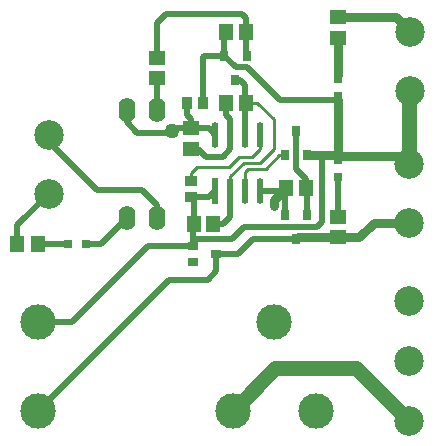
<source format=gtl>
%FSDAX24Y24*%
%MOIN*%
%SFA1B1*%

%IPPOS*%
%AMD15*
4,1,8,-0.011400,0.031200,-0.011400,-0.031200,0.000000,-0.042700,0.000000,-0.042700,0.011400,-0.031200,0.011400,0.031200,0.000000,0.042700,0.000000,0.042700,-0.011400,0.031200,0.0*
1,1,0.023000,0.000000,0.031200*
1,1,0.023000,0.000000,-0.031200*
1,1,0.023000,0.000000,-0.031200*
1,1,0.023000,0.000000,0.031200*
%
%ADD10R,0.053100X0.045300*%
%ADD11O,0.055100X0.082700*%
%ADD12R,0.039400X0.035400*%
%ADD13R,0.035400X0.039400*%
%ADD14R,0.022900X0.085400*%
G04~CAMADD=15~8~0.0~0.0~854.0~229.0~115.0~0.0~15~0.0~0.0~0.0~0.0~0~0.0~0.0~0.0~0.0~0~0.0~0.0~0.0~90.0~230.0~853.0*
%ADD15D15*%
%ADD16R,0.045300X0.053100*%
%ADD17R,0.031500X0.035400*%
%ADD18R,0.031500X0.031500*%
%ADD19R,0.051200X0.055100*%
%ADD20R,0.035400X0.027600*%
%ADD21R,0.031500X0.031500*%
%ADD22C,0.020000*%
%ADD23C,0.030000*%
%ADD24C,0.050000*%
%ADD25C,0.010000*%
%ADD26C,0.098400*%
%ADD27C,0.118100*%
%ADD28C,0.030000*%
%ADD29C,0.050000*%
%LNde-130624-1*%
%LPD*%
G54D10*
X059750Y023394D03*
Y022706D03*
X060900Y020356D03*
Y021044D03*
X065800Y024056D03*
Y024744D03*
Y018094D03*
Y017406D03*
G54D11*
X058750Y018059D03*
X059750D03*
X058750Y021641D03*
X059750D03*
G54D12*
X060900Y018769D03*
Y019300D03*
G54D13*
X061281Y021900D03*
X060750D03*
G54D14*
X061700Y018969D03*
G54D15*
X062200Y018969D03*
X062700D03*
X063200D03*
Y020831D03*
X062700D03*
X062200D03*
X061700D03*
G54D16*
X062744Y021900D03*
X062056D03*
Y024250D03*
X062744D03*
X064744Y019050D03*
X064056D03*
X055100Y017200D03*
X055789D03*
G54D17*
X062750Y023450D03*
X062002D03*
X062376Y022663D03*
X064026Y020151D03*
X064774D03*
X064400Y020938D03*
X064774Y018144D03*
X064026D03*
X064400Y017356D03*
G54D18*
X065800Y022105D03*
Y022695D03*
Y019995D03*
Y019405D03*
G54D19*
X060985Y017850D03*
X061615D03*
G54D20*
X060976Y017106D03*
Y016594D03*
X061724Y016850D03*
G54D21*
X057395Y017200D03*
X056805D03*
G54D22*
X060300Y020900D02*
X060444Y021044D01*
X059100Y020900D02*
X060300D01*
X063863Y021987D02*
X065800D01*
X062700Y020831D02*
Y022500D01*
X062744Y023456D02*
Y024250D01*
X062002Y024196D02*
X062056Y024250D01*
X059750Y023394D02*
Y024550D01*
X061281Y023419D02*
X061313Y023450D01*
X062002*
X059750Y024550D02*
X060050Y024850D01*
X062600*
X062744Y024706*
Y024250D02*
Y024706D01*
X057395Y017200D02*
X057891D01*
X058750Y018059*
X055789Y017200D02*
X056805D01*
X055100D02*
Y017816D01*
X063200Y018969D02*
X063969D01*
X057750Y019000D02*
X059250D01*
X056150Y020600D02*
X057750Y019000D01*
X056150Y020600D02*
Y020834D01*
X059250Y019000D02*
X059750Y018500D01*
X060976Y017350D02*
Y017841D01*
Y017106D02*
Y017350D01*
X065268Y017918D02*
Y020151D01*
X065106Y017756D02*
X065268Y017918D01*
X062656Y017756D02*
X065106D01*
X062250Y017350D02*
X062656Y017756D01*
X060976Y017350D02*
X062250D01*
X062777Y023073D02*
X063863Y021987D01*
X062379Y023073D02*
X062777D01*
X062002Y023450D02*
X062379Y023073D01*
X065800Y018094D02*
Y019287D01*
X061724Y016274D02*
Y016850D01*
X061450Y016000D02*
X061724Y016274D01*
X060164Y016000D02*
X061450D01*
X055801Y011637D02*
X060164Y016000D01*
X059456Y017106D02*
X060976D01*
X056940Y014590D02*
X059456Y017106D01*
X055801Y014590D02*
X056940D01*
X062956Y017356D02*
X064400D01*
X062450Y016850D02*
X062956Y017356D01*
X061724Y016850D02*
X062450D01*
X064400Y017356D02*
X064449Y017406D01*
X060900Y018769D02*
X060985Y018683D01*
Y017850D02*
Y018683D01*
X060900Y018769D02*
X061499D01*
X061700Y018969*
X060976Y017841D02*
X060985Y017850D01*
X060900Y021044D02*
X060906Y021050D01*
X061481*
X061700Y020831*
X061281Y021900D02*
Y023419D01*
X062744Y023456D02*
X062750Y023450D01*
X062537Y022663D02*
X062700Y022500D01*
X062376Y022663D02*
X062537D01*
X062200Y020831D02*
Y021350D01*
X062056Y021494D02*
X062200Y021350D01*
X062056Y021494D02*
Y021900D01*
X064744Y019050D02*
Y019356D01*
X064400Y019700D02*
X064744Y019356D01*
X064400Y019700D02*
Y020938D01*
X064744Y019050D02*
X064774Y019020D01*
Y018144D02*
Y019020D01*
X064026D02*
X064056Y019050D01*
X064026Y018144D02*
Y019020D01*
X062200Y018100D02*
Y018969D01*
X061950Y017850D02*
X062200Y018100D01*
X061615Y017850D02*
X061950D01*
X062200Y020350D02*
Y020831D01*
X061950Y020100D02*
X062200Y020350D01*
X061400Y020100D02*
X061950D01*
X061144Y020356D02*
X061400Y020100D01*
X060900Y020356D02*
X061144D01*
X060900Y021044D02*
Y021350D01*
X060750Y021500D02*
X060900Y021350D01*
X060750Y021500D02*
Y021900D01*
X060444Y021044D02*
X060900D01*
X058750Y021250D02*
X059100Y020900D01*
X058750Y021250D02*
Y021641D01*
X062002Y023450D02*
Y024196D01*
X059750Y021641D02*
Y022706D01*
X055100Y017816D02*
X056150Y018866D01*
X059750Y018059D02*
Y018500D01*
G54D23*
X065800Y020113D02*
X067905D01*
X063654Y018450D02*
Y018646D01*
X063650Y018650D02*
X063654Y018646D01*
X063650Y018650D02*
X063969Y018969D01*
X064050Y019050D02*
X064056D01*
X065268Y020151D02*
X065763D01*
X064774D02*
X065268D01*
X064449Y017406D02*
X065800D01*
Y024744D02*
X067724D01*
X068200Y024269*
X065800Y022813D02*
Y024056D01*
X067905Y020113D02*
X068150Y019869D01*
X065763Y020151D02*
X065800Y020113D01*
Y021987*
X067000Y017900D02*
X068150D01*
X066506Y017406D02*
X067000Y017900D01*
X065800Y017406D02*
X066506D01*
G54D24*
X066400Y013050D02*
X068150Y011300D01*
X063710Y013050D02*
X066400D01*
X062297Y011637D02*
X063710Y013050D01*
X068150Y022250D02*
X068200Y022300D01*
X068150Y019869D02*
Y022250D01*
G54D25*
X062744Y021900D02*
X063091D01*
X063650Y021341*
Y020350D02*
Y021341D01*
X063200Y019900D02*
X063650Y020350D01*
X062650Y019900D02*
X063200D01*
X062200Y019450D02*
X062650Y019900D01*
X062200Y018969D02*
Y019450D01*
X063382Y019700D02*
X063832Y020151D01*
X062800Y019700D02*
X063382D01*
X062700Y019600D02*
X062800Y019700D01*
X063832Y020151D02*
X064026D01*
X062700Y018969D02*
Y019600D01*
X062944Y020100D02*
X063200Y020356D01*
X062500Y020100D02*
X062944D01*
X062150Y019750D02*
X062500Y020100D01*
X061100Y019750D02*
X062150D01*
X063200Y020356D02*
Y020831D01*
X060900Y019550D02*
X061100Y019750D01*
X060900Y019300D02*
Y019550D01*
G54D26*
X068200Y022300D03*
Y024269D03*
X068150Y019869D03*
Y017900D03*
X068154Y015300D03*
Y013300D03*
Y011300D03*
X056150Y018866D03*
Y020834D03*
G54D27*
X063675Y014590D03*
X065053Y011637D03*
X062297D03*
X055801D03*
Y014590D03*
G54D28*
X063654Y018450D03*
G54D29*
X060250Y020950D03*
M02*
</source>
